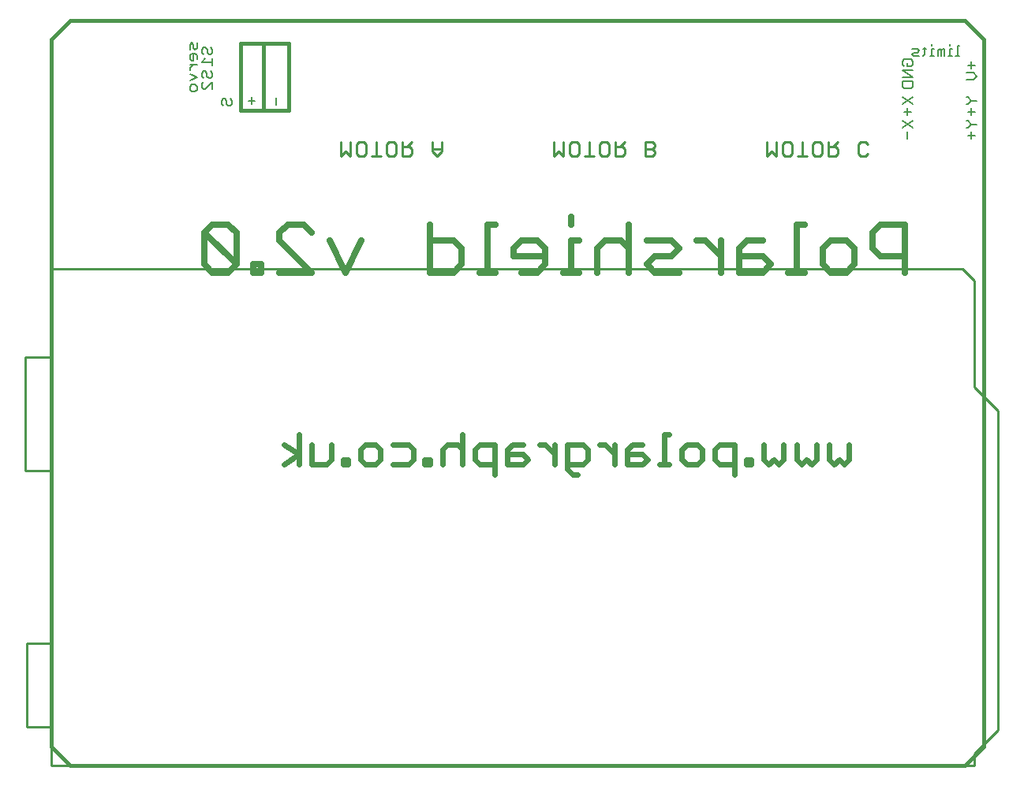
<source format=gbo>
G75*
%MOIN*%
%OFA0B0*%
%FSLAX24Y24*%
%IPPOS*%
%LPD*%
%AMOC8*
5,1,8,0,0,1.08239X$1,22.5*
%
%ADD10C,0.0160*%
%ADD11C,0.0280*%
%ADD12C,0.0230*%
%ADD13C,0.0060*%
%ADD14C,0.0100*%
D10*
X002145Y001680D02*
X039940Y001680D01*
X040727Y002467D01*
X040727Y032389D01*
X039940Y033176D01*
X002145Y033176D01*
X001357Y032389D01*
X001357Y002467D01*
X002145Y001680D01*
X009334Y029372D02*
X009334Y032224D01*
X010318Y032224D01*
X011363Y032224D01*
X011363Y029372D01*
X010318Y029372D01*
X009334Y029372D01*
X010318Y029372D02*
X010318Y032224D01*
D11*
X011327Y024546D02*
X012001Y024546D01*
X012338Y024209D01*
X013108Y023873D02*
X013782Y022525D01*
X014455Y023873D01*
X012338Y022525D02*
X010990Y023873D01*
X010990Y024209D01*
X011327Y024546D01*
X010220Y022862D02*
X009883Y022862D01*
X009883Y022525D01*
X010220Y022525D01*
X010220Y022862D01*
X010990Y022525D02*
X012338Y022525D01*
X009161Y022862D02*
X007813Y024209D01*
X007813Y022862D01*
X008150Y022525D01*
X008824Y022525D01*
X009161Y022862D01*
X009161Y024209D01*
X008824Y024546D01*
X008150Y024546D01*
X007813Y024209D01*
X017343Y023873D02*
X018354Y023873D01*
X018691Y023536D01*
X018691Y022862D01*
X018354Y022525D01*
X017343Y022525D01*
X017343Y024546D01*
X019766Y024546D02*
X019766Y022525D01*
X020103Y022525D02*
X019429Y022525D01*
X020873Y023199D02*
X022221Y023199D01*
X022221Y022862D02*
X022221Y023536D01*
X021884Y023873D01*
X021210Y023873D01*
X020873Y023536D01*
X020873Y023199D01*
X021210Y022525D02*
X021884Y022525D01*
X022221Y022862D01*
X022959Y022525D02*
X023633Y022525D01*
X023296Y022525D02*
X023296Y023873D01*
X023633Y023873D01*
X023296Y024546D02*
X023296Y024883D01*
X024403Y023536D02*
X024740Y023873D01*
X025413Y023873D01*
X025750Y023536D01*
X026520Y023873D02*
X027531Y023873D01*
X027868Y023536D01*
X027531Y023199D01*
X026857Y023199D01*
X026520Y022862D01*
X026857Y022525D01*
X027868Y022525D01*
X028622Y023873D02*
X028959Y023873D01*
X029633Y023199D01*
X029633Y022525D02*
X029633Y023873D01*
X030403Y023536D02*
X030403Y022525D01*
X031414Y022525D01*
X031751Y022862D01*
X031414Y023199D01*
X030403Y023199D01*
X030403Y023536D02*
X030740Y023873D01*
X031414Y023873D01*
X032826Y024546D02*
X032826Y022525D01*
X033163Y022525D02*
X032489Y022525D01*
X033933Y022862D02*
X033933Y023536D01*
X034270Y023873D01*
X034944Y023873D01*
X035281Y023536D01*
X035281Y022862D01*
X034944Y022525D01*
X034270Y022525D01*
X033933Y022862D01*
X033163Y024546D02*
X032826Y024546D01*
X036051Y024209D02*
X036051Y023536D01*
X036388Y023199D01*
X037398Y023199D01*
X037398Y022525D02*
X037398Y024546D01*
X036388Y024546D01*
X036051Y024209D01*
X025750Y024546D02*
X025750Y022525D01*
X024403Y022525D02*
X024403Y023536D01*
X020103Y024546D02*
X019766Y024546D01*
D12*
X018709Y015680D02*
X018709Y014409D01*
X019243Y014621D02*
X019455Y014409D01*
X020091Y014409D01*
X020091Y013985D02*
X020091Y015257D01*
X019455Y015257D01*
X019243Y015045D01*
X019243Y014621D01*
X018709Y015045D02*
X018498Y015257D01*
X018074Y015257D01*
X017862Y015045D01*
X017862Y014409D01*
X017328Y014409D02*
X017116Y014409D01*
X017116Y014621D01*
X017328Y014621D01*
X017328Y014409D01*
X016638Y014621D02*
X016426Y014409D01*
X015790Y014409D01*
X015256Y014621D02*
X015256Y015045D01*
X015045Y015257D01*
X014621Y015257D01*
X014409Y015045D01*
X014409Y014621D01*
X014621Y014409D01*
X015045Y014409D01*
X015256Y014621D01*
X015790Y015257D02*
X016426Y015257D01*
X016638Y015045D01*
X016638Y014621D01*
X013875Y014621D02*
X013875Y014409D01*
X013663Y014409D01*
X013663Y014621D01*
X013875Y014621D01*
X013185Y014621D02*
X013185Y015257D01*
X013185Y014621D02*
X012973Y014409D01*
X012337Y014409D01*
X012337Y015257D01*
X011803Y015680D02*
X011803Y014409D01*
X011803Y014833D02*
X011168Y015257D01*
X011803Y014833D02*
X011168Y014409D01*
X020624Y014409D02*
X021260Y014409D01*
X021472Y014621D01*
X021260Y014833D01*
X020624Y014833D01*
X020624Y015045D02*
X020624Y014409D01*
X020624Y015045D02*
X020836Y015257D01*
X021260Y015257D01*
X021987Y015257D02*
X022199Y015257D01*
X022623Y014833D01*
X022623Y014409D02*
X022623Y015257D01*
X023156Y015257D02*
X023792Y015257D01*
X024004Y015045D01*
X024004Y014621D01*
X023792Y014409D01*
X023156Y014409D01*
X023156Y014197D02*
X023156Y015257D01*
X023156Y014197D02*
X023368Y013985D01*
X023580Y013985D01*
X024519Y015257D02*
X024731Y015257D01*
X025155Y014833D01*
X025155Y014409D02*
X025155Y015257D01*
X025689Y015045D02*
X025689Y014409D01*
X026324Y014409D01*
X026536Y014621D01*
X026324Y014833D01*
X025689Y014833D01*
X025689Y015045D02*
X025900Y015257D01*
X026324Y015257D01*
X027245Y015680D02*
X027245Y014409D01*
X027457Y014409D02*
X027033Y014409D01*
X027991Y014621D02*
X027991Y015045D01*
X028202Y015257D01*
X028626Y015257D01*
X028838Y015045D01*
X028838Y014621D01*
X028626Y014409D01*
X028202Y014409D01*
X027991Y014621D01*
X027457Y015680D02*
X027245Y015680D01*
X029372Y015045D02*
X029372Y014621D01*
X029584Y014409D01*
X030219Y014409D01*
X030219Y013985D02*
X030219Y015257D01*
X029584Y015257D01*
X029372Y015045D01*
X030698Y014621D02*
X030698Y014409D01*
X030910Y014409D01*
X030910Y014621D01*
X030698Y014621D01*
X031444Y014621D02*
X031444Y015257D01*
X031444Y014621D02*
X031655Y014409D01*
X031867Y014621D01*
X032079Y014409D01*
X032291Y014621D01*
X032291Y015257D01*
X032825Y015257D02*
X032825Y014621D01*
X033037Y014409D01*
X033248Y014621D01*
X033460Y014409D01*
X033672Y014621D01*
X033672Y015257D01*
X034206Y015257D02*
X034206Y014621D01*
X034418Y014409D01*
X034630Y014621D01*
X034841Y014409D01*
X035053Y014621D01*
X035053Y015257D01*
D13*
X037522Y028174D02*
X037522Y028467D01*
X037302Y028634D02*
X037743Y028928D01*
X037743Y028634D02*
X037302Y028928D01*
X037522Y029174D02*
X037522Y029467D01*
X037376Y029320D02*
X037669Y029320D01*
X037743Y029634D02*
X037302Y029928D01*
X037302Y029634D02*
X037743Y029928D01*
X037669Y030313D02*
X037376Y030313D01*
X037302Y030387D01*
X037302Y030607D01*
X037743Y030607D01*
X037743Y030387D01*
X037669Y030313D01*
X037743Y030774D02*
X037302Y030774D01*
X037302Y031067D02*
X037743Y030774D01*
X037743Y031067D02*
X037302Y031067D01*
X037376Y031234D02*
X037302Y031307D01*
X037302Y031454D01*
X037376Y031528D01*
X037669Y031528D01*
X037743Y031454D01*
X037743Y031307D01*
X037669Y031234D01*
X037522Y031234D01*
X037522Y031381D01*
X037791Y031675D02*
X037718Y031749D01*
X037791Y031822D01*
X037938Y031822D01*
X038012Y031896D01*
X037938Y031969D01*
X037718Y031969D01*
X037791Y031675D02*
X038012Y031675D01*
X038172Y031675D02*
X038245Y031749D01*
X038245Y032042D01*
X038319Y031969D02*
X038172Y031969D01*
X038552Y031969D02*
X038552Y031675D01*
X038625Y031675D02*
X038479Y031675D01*
X038552Y031969D02*
X038625Y031969D01*
X038552Y032116D02*
X038552Y032189D01*
X038792Y031896D02*
X038792Y031675D01*
X038939Y031675D02*
X038939Y031896D01*
X038866Y031969D01*
X038792Y031896D01*
X038939Y031896D02*
X039012Y031969D01*
X039086Y031969D01*
X039086Y031675D01*
X039246Y031675D02*
X039393Y031675D01*
X039319Y031675D02*
X039319Y031969D01*
X039393Y031969D01*
X039319Y032116D02*
X039319Y032189D01*
X039626Y032116D02*
X039626Y031675D01*
X039553Y031675D02*
X039700Y031675D01*
X039700Y032116D02*
X039626Y032116D01*
X040222Y031428D02*
X040222Y031134D01*
X040296Y030967D02*
X040002Y030967D01*
X040002Y030674D02*
X040296Y030674D01*
X040443Y030820D01*
X040296Y030967D01*
X040369Y031281D02*
X040076Y031281D01*
X040076Y029928D02*
X040222Y029781D01*
X040443Y029781D01*
X040222Y029781D02*
X040076Y029634D01*
X040002Y029634D01*
X040222Y029467D02*
X040222Y029174D01*
X040076Y029320D02*
X040369Y029320D01*
X040076Y028928D02*
X040222Y028781D01*
X040443Y028781D01*
X040222Y028781D02*
X040076Y028634D01*
X040002Y028634D01*
X040222Y028467D02*
X040222Y028174D01*
X040076Y028320D02*
X040369Y028320D01*
X040076Y028928D02*
X040002Y028928D01*
X040002Y029928D02*
X040076Y029928D01*
X010846Y029906D02*
X010846Y029613D01*
X009957Y029791D02*
X009664Y029791D01*
X009810Y029938D02*
X009810Y029644D01*
X008966Y029644D02*
X008966Y029791D01*
X008893Y029864D01*
X008746Y029791D02*
X008746Y029644D01*
X008819Y029571D01*
X008893Y029571D01*
X008966Y029644D01*
X008746Y029791D02*
X008673Y029864D01*
X008599Y029864D01*
X008526Y029791D01*
X008526Y029644D01*
X008599Y029571D01*
X008143Y030274D02*
X008143Y030567D01*
X007849Y030274D01*
X007776Y030274D01*
X007702Y030347D01*
X007702Y030494D01*
X007776Y030567D01*
X007776Y030734D02*
X007702Y030807D01*
X007702Y030954D01*
X007776Y031028D01*
X007849Y031028D01*
X007922Y030954D01*
X007922Y030807D01*
X007996Y030734D01*
X008069Y030734D01*
X008143Y030807D01*
X008143Y030954D01*
X008069Y031028D01*
X008148Y031274D02*
X008148Y031567D01*
X008148Y031420D02*
X007707Y031420D01*
X007854Y031567D01*
X007781Y031734D02*
X007707Y031807D01*
X007707Y031954D01*
X007781Y032028D01*
X007854Y032028D01*
X007928Y031954D01*
X007928Y031807D01*
X008001Y031734D01*
X008074Y031734D01*
X008148Y031807D01*
X008148Y031954D01*
X008074Y032028D01*
X007493Y032007D02*
X007419Y031934D01*
X007346Y032007D01*
X007346Y032154D01*
X007272Y032228D01*
X007199Y032154D01*
X007199Y031934D01*
X007272Y031767D02*
X007199Y031694D01*
X007199Y031547D01*
X007272Y031474D01*
X007346Y031474D01*
X007346Y031767D01*
X007419Y031767D02*
X007272Y031767D01*
X007419Y031767D02*
X007493Y031694D01*
X007493Y031547D01*
X007493Y031307D02*
X007199Y031307D01*
X007346Y031307D02*
X007199Y031160D01*
X007199Y031087D01*
X007199Y030923D02*
X007493Y030776D01*
X007199Y030630D01*
X007272Y030463D02*
X007419Y030463D01*
X007493Y030389D01*
X007493Y030243D01*
X007419Y030169D01*
X007272Y030169D01*
X007199Y030243D01*
X007199Y030389D01*
X007272Y030463D01*
X007493Y032007D02*
X007493Y032228D01*
D14*
X001357Y001680D02*
X040357Y001680D01*
X040357Y002180D01*
X041357Y003180D01*
X041357Y016680D01*
X040357Y017680D01*
X040357Y022180D01*
X039857Y022680D01*
X001357Y022680D01*
X001357Y018940D01*
X000255Y018940D01*
X000255Y014137D01*
X001357Y014137D01*
X001357Y001680D01*
X001318Y003310D02*
X000302Y003310D01*
X000302Y006853D01*
X001318Y006853D01*
X001357Y014137D02*
X001357Y018940D01*
X013587Y027452D02*
X013787Y027652D01*
X013987Y027452D01*
X013987Y028053D01*
X014231Y027953D02*
X014231Y027552D01*
X014331Y027452D01*
X014532Y027452D01*
X014632Y027552D01*
X014632Y027953D01*
X014532Y028053D01*
X014331Y028053D01*
X014231Y027953D01*
X013587Y028053D02*
X013587Y027452D01*
X014876Y027452D02*
X015276Y027452D01*
X015076Y027452D02*
X015076Y028053D01*
X015520Y027953D02*
X015520Y027552D01*
X015621Y027452D01*
X015821Y027452D01*
X015921Y027552D01*
X015921Y027953D01*
X015821Y028053D01*
X015621Y028053D01*
X015520Y027953D01*
X016165Y028053D02*
X016165Y027452D01*
X016465Y027452D01*
X016565Y027552D01*
X016565Y027753D01*
X016465Y027853D01*
X016165Y027853D01*
X016365Y027853D02*
X016565Y028053D01*
X017454Y028053D02*
X017454Y027652D01*
X017654Y027452D01*
X017854Y027652D01*
X017854Y028053D01*
X017854Y027753D02*
X017454Y027753D01*
X022587Y028053D02*
X022587Y027452D01*
X022787Y027652D01*
X022987Y027452D01*
X022987Y028053D01*
X023231Y027953D02*
X023331Y028053D01*
X023532Y028053D01*
X023632Y027953D01*
X023632Y027552D01*
X023532Y027452D01*
X023331Y027452D01*
X023231Y027552D01*
X023231Y027953D01*
X023876Y027452D02*
X024276Y027452D01*
X024076Y027452D02*
X024076Y028053D01*
X024520Y027953D02*
X024520Y027552D01*
X024621Y027452D01*
X024821Y027452D01*
X024921Y027552D01*
X024921Y027953D01*
X024821Y028053D01*
X024621Y028053D01*
X024520Y027953D01*
X025165Y028053D02*
X025165Y027452D01*
X025465Y027452D01*
X025565Y027552D01*
X025565Y027753D01*
X025465Y027853D01*
X025165Y027853D01*
X025365Y027853D02*
X025565Y028053D01*
X026454Y028053D02*
X026454Y027452D01*
X026754Y027452D01*
X026854Y027552D01*
X026854Y027652D01*
X026754Y027753D01*
X026454Y027753D01*
X026454Y028053D02*
X026754Y028053D01*
X026854Y027953D01*
X026854Y027853D01*
X026754Y027753D01*
X031587Y028053D02*
X031587Y027452D01*
X031787Y027652D01*
X031987Y027452D01*
X031987Y028053D01*
X032231Y027953D02*
X032331Y028053D01*
X032532Y028053D01*
X032632Y027953D01*
X032632Y027552D01*
X032532Y027452D01*
X032331Y027452D01*
X032231Y027552D01*
X032231Y027953D01*
X032876Y027452D02*
X033276Y027452D01*
X033076Y027452D02*
X033076Y028053D01*
X033520Y027953D02*
X033520Y027552D01*
X033621Y027452D01*
X033821Y027452D01*
X033921Y027552D01*
X033921Y027953D01*
X033821Y028053D01*
X033621Y028053D01*
X033520Y027953D01*
X034165Y028053D02*
X034165Y027452D01*
X034465Y027452D01*
X034565Y027552D01*
X034565Y027753D01*
X034465Y027853D01*
X034165Y027853D01*
X034365Y027853D02*
X034565Y028053D01*
X035454Y027953D02*
X035454Y027552D01*
X035554Y027452D01*
X035754Y027452D01*
X035854Y027552D01*
X035854Y027953D02*
X035754Y028053D01*
X035554Y028053D01*
X035454Y027953D01*
M02*

</source>
